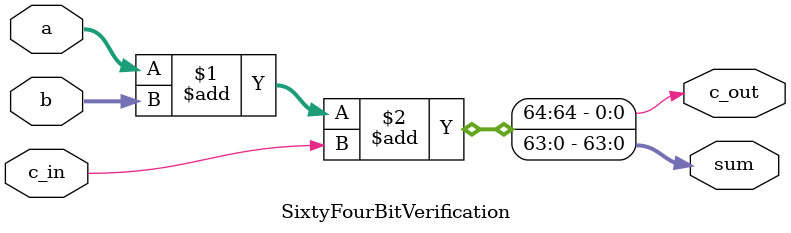
<source format=v>
`timescale 1ns / 1ps


module SixtyFourBitVerification(
    input [63:0] a, b,
    input c_in,
    output [63:0] sum,
    output c_out
    );

    assign {c_out, sum} = a + b + c_in;

endmodule

</source>
